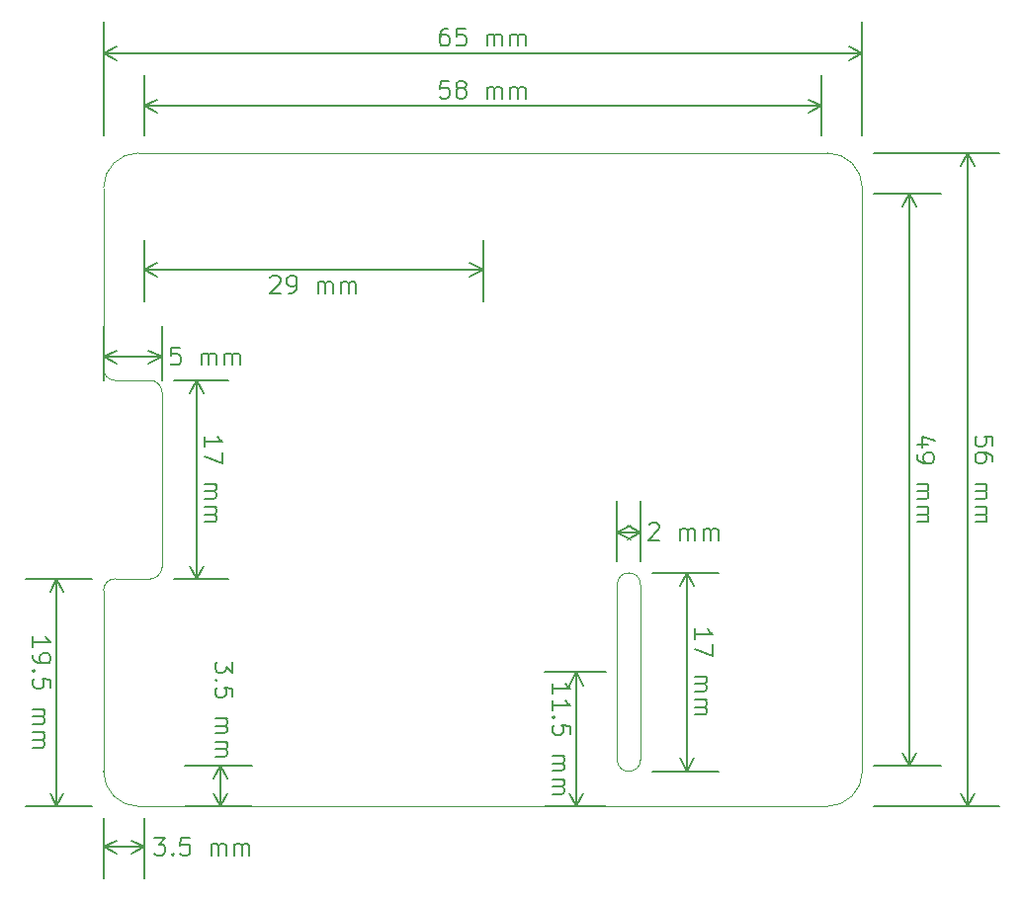
<source format=gbr>
G04 #@! TF.FileFunction,Drawing*
%FSLAX46Y46*%
G04 Gerber Fmt 4.6, Leading zero omitted, Abs format (unit mm)*
G04 Created by KiCad (PCBNEW 4.0.6) date Friday 09 June 2017 11:09:25*
%MOMM*%
%LPD*%
G01*
G04 APERTURE LIST*
%ADD10C,0.100000*%
%ADD11C,0.150000*%
G04 APERTURE END LIST*
D10*
X92925900Y-30911800D02*
X92925900Y-80924400D01*
X27940000Y-30962600D02*
X27940000Y-46456600D01*
D11*
X104111429Y-53003430D02*
X104111429Y-52289144D01*
X103397143Y-52217715D01*
X103468571Y-52289144D01*
X103540000Y-52432001D01*
X103540000Y-52789144D01*
X103468571Y-52932001D01*
X103397143Y-53003430D01*
X103254286Y-53074858D01*
X102897143Y-53074858D01*
X102754286Y-53003430D01*
X102682857Y-52932001D01*
X102611429Y-52789144D01*
X102611429Y-52432001D01*
X102682857Y-52289144D01*
X102754286Y-52217715D01*
X104111429Y-54360572D02*
X104111429Y-54074858D01*
X104040000Y-53932001D01*
X103968571Y-53860572D01*
X103754286Y-53717715D01*
X103468571Y-53646286D01*
X102897143Y-53646286D01*
X102754286Y-53717715D01*
X102682857Y-53789143D01*
X102611429Y-53932001D01*
X102611429Y-54217715D01*
X102682857Y-54360572D01*
X102754286Y-54432001D01*
X102897143Y-54503429D01*
X103254286Y-54503429D01*
X103397143Y-54432001D01*
X103468571Y-54360572D01*
X103540000Y-54217715D01*
X103540000Y-53932001D01*
X103468571Y-53789143D01*
X103397143Y-53717715D01*
X103254286Y-53646286D01*
X102611429Y-56289143D02*
X103611429Y-56289143D01*
X103468571Y-56289143D02*
X103540000Y-56360571D01*
X103611429Y-56503429D01*
X103611429Y-56717714D01*
X103540000Y-56860571D01*
X103397143Y-56932000D01*
X102611429Y-56932000D01*
X103397143Y-56932000D02*
X103540000Y-57003429D01*
X103611429Y-57146286D01*
X103611429Y-57360571D01*
X103540000Y-57503429D01*
X103397143Y-57574857D01*
X102611429Y-57574857D01*
X102611429Y-58289143D02*
X103611429Y-58289143D01*
X103468571Y-58289143D02*
X103540000Y-58360571D01*
X103611429Y-58503429D01*
X103611429Y-58717714D01*
X103540000Y-58860571D01*
X103397143Y-58932000D01*
X102611429Y-58932000D01*
X103397143Y-58932000D02*
X103540000Y-59003429D01*
X103611429Y-59146286D01*
X103611429Y-59360571D01*
X103540000Y-59503429D01*
X103397143Y-59574857D01*
X102611429Y-59574857D01*
X101940000Y-27932000D02*
X101940000Y-83932000D01*
X93940000Y-27932000D02*
X104640000Y-27932000D01*
X93940000Y-83932000D02*
X104640000Y-83932000D01*
X101940000Y-83932000D02*
X101353579Y-82805496D01*
X101940000Y-83932000D02*
X102526421Y-82805496D01*
X101940000Y-27932000D02*
X101353579Y-29058504D01*
X101940000Y-27932000D02*
X102526421Y-29058504D01*
D10*
X92940000Y-30932000D02*
G75*
G03X89940000Y-27932000I-3000000J0D01*
G01*
X30940000Y-27932000D02*
X89940000Y-27932000D01*
X30940000Y-27932000D02*
G75*
G03X27940000Y-30932000I0J-3000000D01*
G01*
D11*
X66411430Y-74253429D02*
X66411430Y-73396286D01*
X66411430Y-73824858D02*
X67911430Y-73824858D01*
X67697144Y-73682001D01*
X67554287Y-73539143D01*
X67482858Y-73396286D01*
X66411430Y-75682000D02*
X66411430Y-74824857D01*
X66411430Y-75253429D02*
X67911430Y-75253429D01*
X67697144Y-75110572D01*
X67554287Y-74967714D01*
X67482858Y-74824857D01*
X66554287Y-76324857D02*
X66482858Y-76396285D01*
X66411430Y-76324857D01*
X66482858Y-76253428D01*
X66554287Y-76324857D01*
X66411430Y-76324857D01*
X67911430Y-77753429D02*
X67911430Y-77039143D01*
X67197144Y-76967714D01*
X67268572Y-77039143D01*
X67340001Y-77182000D01*
X67340001Y-77539143D01*
X67268572Y-77682000D01*
X67197144Y-77753429D01*
X67054287Y-77824857D01*
X66697144Y-77824857D01*
X66554287Y-77753429D01*
X66482858Y-77682000D01*
X66411430Y-77539143D01*
X66411430Y-77182000D01*
X66482858Y-77039143D01*
X66554287Y-76967714D01*
X66411430Y-79610571D02*
X67411430Y-79610571D01*
X67268572Y-79610571D02*
X67340001Y-79681999D01*
X67411430Y-79824857D01*
X67411430Y-80039142D01*
X67340001Y-80181999D01*
X67197144Y-80253428D01*
X66411430Y-80253428D01*
X67197144Y-80253428D02*
X67340001Y-80324857D01*
X67411430Y-80467714D01*
X67411430Y-80681999D01*
X67340001Y-80824857D01*
X67197144Y-80896285D01*
X66411430Y-80896285D01*
X66411430Y-81610571D02*
X67411430Y-81610571D01*
X67268572Y-81610571D02*
X67340001Y-81681999D01*
X67411430Y-81824857D01*
X67411430Y-82039142D01*
X67340001Y-82181999D01*
X67197144Y-82253428D01*
X66411430Y-82253428D01*
X67197144Y-82253428D02*
X67340001Y-82324857D01*
X67411430Y-82467714D01*
X67411430Y-82681999D01*
X67340001Y-82824857D01*
X67197144Y-82896285D01*
X66411430Y-82896285D01*
X68440001Y-72432000D02*
X68440001Y-83932000D01*
X70940000Y-72432000D02*
X65740001Y-72432000D01*
X70940000Y-83932000D02*
X65740001Y-83932000D01*
X68440001Y-83932000D02*
X67853580Y-82805496D01*
X68440001Y-83932000D02*
X69026422Y-82805496D01*
X68440001Y-72432000D02*
X67853580Y-73558504D01*
X68440001Y-72432000D02*
X69026422Y-73558504D01*
X74690000Y-59753429D02*
X74761429Y-59682000D01*
X74904286Y-59610571D01*
X75261429Y-59610571D01*
X75404286Y-59682000D01*
X75475715Y-59753429D01*
X75547143Y-59896286D01*
X75547143Y-60039143D01*
X75475715Y-60253429D01*
X74618572Y-61110571D01*
X75547143Y-61110571D01*
X77332857Y-61110571D02*
X77332857Y-60110571D01*
X77332857Y-60253429D02*
X77404285Y-60182000D01*
X77547143Y-60110571D01*
X77761428Y-60110571D01*
X77904285Y-60182000D01*
X77975714Y-60324857D01*
X77975714Y-61110571D01*
X77975714Y-60324857D02*
X78047143Y-60182000D01*
X78190000Y-60110571D01*
X78404285Y-60110571D01*
X78547143Y-60182000D01*
X78618571Y-60324857D01*
X78618571Y-61110571D01*
X79332857Y-61110571D02*
X79332857Y-60110571D01*
X79332857Y-60253429D02*
X79404285Y-60182000D01*
X79547143Y-60110571D01*
X79761428Y-60110571D01*
X79904285Y-60182000D01*
X79975714Y-60324857D01*
X79975714Y-61110571D01*
X79975714Y-60324857D02*
X80047143Y-60182000D01*
X80190000Y-60110571D01*
X80404285Y-60110571D01*
X80547143Y-60182000D01*
X80618571Y-60324857D01*
X80618571Y-61110571D01*
X71940000Y-60432001D02*
X73940000Y-60432001D01*
X71940000Y-62932000D02*
X71940000Y-57732001D01*
X73940000Y-62932000D02*
X73940000Y-57732001D01*
X73940000Y-60432001D02*
X72813496Y-61018422D01*
X73940000Y-60432001D02*
X72813496Y-59845580D01*
X71940000Y-60432001D02*
X73066504Y-61018422D01*
X71940000Y-60432001D02*
X73066504Y-59845580D01*
X78611429Y-69574858D02*
X78611429Y-68717715D01*
X78611429Y-69146287D02*
X80111429Y-69146287D01*
X79897143Y-69003430D01*
X79754286Y-68860572D01*
X79682857Y-68717715D01*
X80111429Y-70074858D02*
X80111429Y-71074858D01*
X78611429Y-70432001D01*
X78611429Y-72789143D02*
X79611429Y-72789143D01*
X79468571Y-72789143D02*
X79540000Y-72860571D01*
X79611429Y-73003429D01*
X79611429Y-73217714D01*
X79540000Y-73360571D01*
X79397143Y-73432000D01*
X78611429Y-73432000D01*
X79397143Y-73432000D02*
X79540000Y-73503429D01*
X79611429Y-73646286D01*
X79611429Y-73860571D01*
X79540000Y-74003429D01*
X79397143Y-74074857D01*
X78611429Y-74074857D01*
X78611429Y-74789143D02*
X79611429Y-74789143D01*
X79468571Y-74789143D02*
X79540000Y-74860571D01*
X79611429Y-75003429D01*
X79611429Y-75217714D01*
X79540000Y-75360571D01*
X79397143Y-75432000D01*
X78611429Y-75432000D01*
X79397143Y-75432000D02*
X79540000Y-75503429D01*
X79611429Y-75646286D01*
X79611429Y-75860571D01*
X79540000Y-76003429D01*
X79397143Y-76074857D01*
X78611429Y-76074857D01*
X77940000Y-63932000D02*
X77940000Y-80932000D01*
X74940000Y-63932000D02*
X80640000Y-63932000D01*
X74940000Y-80932000D02*
X80640000Y-80932000D01*
X77940000Y-80932000D02*
X77353579Y-79805496D01*
X77940000Y-80932000D02*
X78526421Y-79805496D01*
X77940000Y-63932000D02*
X77353579Y-65058504D01*
X77940000Y-63932000D02*
X78526421Y-65058504D01*
X32297144Y-86610571D02*
X33225715Y-86610571D01*
X32725715Y-87182000D01*
X32940001Y-87182000D01*
X33082858Y-87253429D01*
X33154287Y-87324857D01*
X33225715Y-87467714D01*
X33225715Y-87824857D01*
X33154287Y-87967714D01*
X33082858Y-88039143D01*
X32940001Y-88110571D01*
X32511429Y-88110571D01*
X32368572Y-88039143D01*
X32297144Y-87967714D01*
X33868572Y-87967714D02*
X33940000Y-88039143D01*
X33868572Y-88110571D01*
X33797143Y-88039143D01*
X33868572Y-87967714D01*
X33868572Y-88110571D01*
X35297144Y-86610571D02*
X34582858Y-86610571D01*
X34511429Y-87324857D01*
X34582858Y-87253429D01*
X34725715Y-87182000D01*
X35082858Y-87182000D01*
X35225715Y-87253429D01*
X35297144Y-87324857D01*
X35368572Y-87467714D01*
X35368572Y-87824857D01*
X35297144Y-87967714D01*
X35225715Y-88039143D01*
X35082858Y-88110571D01*
X34725715Y-88110571D01*
X34582858Y-88039143D01*
X34511429Y-87967714D01*
X37154286Y-88110571D02*
X37154286Y-87110571D01*
X37154286Y-87253429D02*
X37225714Y-87182000D01*
X37368572Y-87110571D01*
X37582857Y-87110571D01*
X37725714Y-87182000D01*
X37797143Y-87324857D01*
X37797143Y-88110571D01*
X37797143Y-87324857D02*
X37868572Y-87182000D01*
X38011429Y-87110571D01*
X38225714Y-87110571D01*
X38368572Y-87182000D01*
X38440000Y-87324857D01*
X38440000Y-88110571D01*
X39154286Y-88110571D02*
X39154286Y-87110571D01*
X39154286Y-87253429D02*
X39225714Y-87182000D01*
X39368572Y-87110571D01*
X39582857Y-87110571D01*
X39725714Y-87182000D01*
X39797143Y-87324857D01*
X39797143Y-88110571D01*
X39797143Y-87324857D02*
X39868572Y-87182000D01*
X40011429Y-87110571D01*
X40225714Y-87110571D01*
X40368572Y-87182000D01*
X40440000Y-87324857D01*
X40440000Y-88110571D01*
X27940000Y-87432000D02*
X31440000Y-87432000D01*
X27940000Y-84932000D02*
X27940000Y-90132000D01*
X31440000Y-84932000D02*
X31440000Y-90132000D01*
X31440000Y-87432000D02*
X30313496Y-88018421D01*
X31440000Y-87432000D02*
X30313496Y-86845579D01*
X27940000Y-87432000D02*
X29066504Y-88018421D01*
X27940000Y-87432000D02*
X29066504Y-86845579D01*
X39011429Y-71539144D02*
X39011429Y-72467715D01*
X38440000Y-71967715D01*
X38440000Y-72182001D01*
X38368571Y-72324858D01*
X38297143Y-72396287D01*
X38154286Y-72467715D01*
X37797143Y-72467715D01*
X37654286Y-72396287D01*
X37582857Y-72324858D01*
X37511429Y-72182001D01*
X37511429Y-71753429D01*
X37582857Y-71610572D01*
X37654286Y-71539144D01*
X37654286Y-73110572D02*
X37582857Y-73182000D01*
X37511429Y-73110572D01*
X37582857Y-73039143D01*
X37654286Y-73110572D01*
X37511429Y-73110572D01*
X39011429Y-74539144D02*
X39011429Y-73824858D01*
X38297143Y-73753429D01*
X38368571Y-73824858D01*
X38440000Y-73967715D01*
X38440000Y-74324858D01*
X38368571Y-74467715D01*
X38297143Y-74539144D01*
X38154286Y-74610572D01*
X37797143Y-74610572D01*
X37654286Y-74539144D01*
X37582857Y-74467715D01*
X37511429Y-74324858D01*
X37511429Y-73967715D01*
X37582857Y-73824858D01*
X37654286Y-73753429D01*
X37511429Y-76396286D02*
X38511429Y-76396286D01*
X38368571Y-76396286D02*
X38440000Y-76467714D01*
X38511429Y-76610572D01*
X38511429Y-76824857D01*
X38440000Y-76967714D01*
X38297143Y-77039143D01*
X37511429Y-77039143D01*
X38297143Y-77039143D02*
X38440000Y-77110572D01*
X38511429Y-77253429D01*
X38511429Y-77467714D01*
X38440000Y-77610572D01*
X38297143Y-77682000D01*
X37511429Y-77682000D01*
X37511429Y-78396286D02*
X38511429Y-78396286D01*
X38368571Y-78396286D02*
X38440000Y-78467714D01*
X38511429Y-78610572D01*
X38511429Y-78824857D01*
X38440000Y-78967714D01*
X38297143Y-79039143D01*
X37511429Y-79039143D01*
X38297143Y-79039143D02*
X38440000Y-79110572D01*
X38511429Y-79253429D01*
X38511429Y-79467714D01*
X38440000Y-79610572D01*
X38297143Y-79682000D01*
X37511429Y-79682000D01*
X37940000Y-80432000D02*
X37940000Y-83932000D01*
X34940000Y-80432000D02*
X40640000Y-80432000D01*
X34940000Y-83932000D02*
X40640000Y-83932000D01*
X37940000Y-83932000D02*
X37353579Y-82805496D01*
X37940000Y-83932000D02*
X38526421Y-82805496D01*
X37940000Y-80432000D02*
X37353579Y-81558504D01*
X37940000Y-80432000D02*
X38526421Y-81558504D01*
X98611428Y-52932001D02*
X97611428Y-52932001D01*
X99182856Y-52574858D02*
X98111428Y-52217715D01*
X98111428Y-53146287D01*
X97611428Y-53789143D02*
X97611428Y-54074858D01*
X97682856Y-54217715D01*
X97754285Y-54289143D01*
X97968570Y-54432001D01*
X98254285Y-54503429D01*
X98825713Y-54503429D01*
X98968570Y-54432001D01*
X99039999Y-54360572D01*
X99111428Y-54217715D01*
X99111428Y-53932001D01*
X99039999Y-53789143D01*
X98968570Y-53717715D01*
X98825713Y-53646286D01*
X98468570Y-53646286D01*
X98325713Y-53717715D01*
X98254285Y-53789143D01*
X98182856Y-53932001D01*
X98182856Y-54217715D01*
X98254285Y-54360572D01*
X98325713Y-54432001D01*
X98468570Y-54503429D01*
X97611428Y-56289143D02*
X98611428Y-56289143D01*
X98468570Y-56289143D02*
X98539999Y-56360571D01*
X98611428Y-56503429D01*
X98611428Y-56717714D01*
X98539999Y-56860571D01*
X98397142Y-56932000D01*
X97611428Y-56932000D01*
X98397142Y-56932000D02*
X98539999Y-57003429D01*
X98611428Y-57146286D01*
X98611428Y-57360571D01*
X98539999Y-57503429D01*
X98397142Y-57574857D01*
X97611428Y-57574857D01*
X97611428Y-58289143D02*
X98611428Y-58289143D01*
X98468570Y-58289143D02*
X98539999Y-58360571D01*
X98611428Y-58503429D01*
X98611428Y-58717714D01*
X98539999Y-58860571D01*
X98397142Y-58932000D01*
X97611428Y-58932000D01*
X98397142Y-58932000D02*
X98539999Y-59003429D01*
X98611428Y-59146286D01*
X98611428Y-59360571D01*
X98539999Y-59503429D01*
X98397142Y-59574857D01*
X97611428Y-59574857D01*
X96939999Y-31432000D02*
X96939999Y-80432000D01*
X93940000Y-31432000D02*
X99639999Y-31432000D01*
X93940000Y-80432000D02*
X99639999Y-80432000D01*
X96939999Y-80432000D02*
X96353578Y-79305496D01*
X96939999Y-80432000D02*
X97526420Y-79305496D01*
X96939999Y-31432000D02*
X96353578Y-32558504D01*
X96939999Y-31432000D02*
X97526420Y-32558504D01*
X21911429Y-70253429D02*
X21911429Y-69396286D01*
X21911429Y-69824858D02*
X23411429Y-69824858D01*
X23197143Y-69682001D01*
X23054286Y-69539143D01*
X22982857Y-69396286D01*
X21911429Y-70967714D02*
X21911429Y-71253429D01*
X21982857Y-71396286D01*
X22054286Y-71467714D01*
X22268571Y-71610572D01*
X22554286Y-71682000D01*
X23125714Y-71682000D01*
X23268571Y-71610572D01*
X23340000Y-71539143D01*
X23411429Y-71396286D01*
X23411429Y-71110572D01*
X23340000Y-70967714D01*
X23268571Y-70896286D01*
X23125714Y-70824857D01*
X22768571Y-70824857D01*
X22625714Y-70896286D01*
X22554286Y-70967714D01*
X22482857Y-71110572D01*
X22482857Y-71396286D01*
X22554286Y-71539143D01*
X22625714Y-71610572D01*
X22768571Y-71682000D01*
X22054286Y-72324857D02*
X21982857Y-72396285D01*
X21911429Y-72324857D01*
X21982857Y-72253428D01*
X22054286Y-72324857D01*
X21911429Y-72324857D01*
X23411429Y-73753429D02*
X23411429Y-73039143D01*
X22697143Y-72967714D01*
X22768571Y-73039143D01*
X22840000Y-73182000D01*
X22840000Y-73539143D01*
X22768571Y-73682000D01*
X22697143Y-73753429D01*
X22554286Y-73824857D01*
X22197143Y-73824857D01*
X22054286Y-73753429D01*
X21982857Y-73682000D01*
X21911429Y-73539143D01*
X21911429Y-73182000D01*
X21982857Y-73039143D01*
X22054286Y-72967714D01*
X21911429Y-75610571D02*
X22911429Y-75610571D01*
X22768571Y-75610571D02*
X22840000Y-75681999D01*
X22911429Y-75824857D01*
X22911429Y-76039142D01*
X22840000Y-76181999D01*
X22697143Y-76253428D01*
X21911429Y-76253428D01*
X22697143Y-76253428D02*
X22840000Y-76324857D01*
X22911429Y-76467714D01*
X22911429Y-76681999D01*
X22840000Y-76824857D01*
X22697143Y-76896285D01*
X21911429Y-76896285D01*
X21911429Y-77610571D02*
X22911429Y-77610571D01*
X22768571Y-77610571D02*
X22840000Y-77681999D01*
X22911429Y-77824857D01*
X22911429Y-78039142D01*
X22840000Y-78181999D01*
X22697143Y-78253428D01*
X21911429Y-78253428D01*
X22697143Y-78253428D02*
X22840000Y-78324857D01*
X22911429Y-78467714D01*
X22911429Y-78681999D01*
X22840000Y-78824857D01*
X22697143Y-78896285D01*
X21911429Y-78896285D01*
X23940000Y-64432000D02*
X23940000Y-83932000D01*
X26940000Y-64432000D02*
X21240000Y-64432000D01*
X26940000Y-83932000D02*
X21240000Y-83932000D01*
X23940000Y-83932000D02*
X23353579Y-82805496D01*
X23940000Y-83932000D02*
X24526421Y-82805496D01*
X23940000Y-64432000D02*
X23353579Y-65558504D01*
X23940000Y-64432000D02*
X24526421Y-65558504D01*
X36611429Y-53074858D02*
X36611429Y-52217715D01*
X36611429Y-52646287D02*
X38111429Y-52646287D01*
X37897143Y-52503430D01*
X37754286Y-52360572D01*
X37682857Y-52217715D01*
X38111429Y-53574858D02*
X38111429Y-54574858D01*
X36611429Y-53932001D01*
X36611429Y-56289143D02*
X37611429Y-56289143D01*
X37468571Y-56289143D02*
X37540000Y-56360571D01*
X37611429Y-56503429D01*
X37611429Y-56717714D01*
X37540000Y-56860571D01*
X37397143Y-56932000D01*
X36611429Y-56932000D01*
X37397143Y-56932000D02*
X37540000Y-57003429D01*
X37611429Y-57146286D01*
X37611429Y-57360571D01*
X37540000Y-57503429D01*
X37397143Y-57574857D01*
X36611429Y-57574857D01*
X36611429Y-58289143D02*
X37611429Y-58289143D01*
X37468571Y-58289143D02*
X37540000Y-58360571D01*
X37611429Y-58503429D01*
X37611429Y-58717714D01*
X37540000Y-58860571D01*
X37397143Y-58932000D01*
X36611429Y-58932000D01*
X37397143Y-58932000D02*
X37540000Y-59003429D01*
X37611429Y-59146286D01*
X37611429Y-59360571D01*
X37540000Y-59503429D01*
X37397143Y-59574857D01*
X36611429Y-59574857D01*
X35940000Y-47432000D02*
X35940000Y-64432000D01*
X33940000Y-47432000D02*
X38640000Y-47432000D01*
X33940000Y-64432000D02*
X38640000Y-64432000D01*
X35940000Y-64432000D02*
X35353579Y-63305496D01*
X35940000Y-64432000D02*
X36526421Y-63305496D01*
X35940000Y-47432000D02*
X35353579Y-48558504D01*
X35940000Y-47432000D02*
X36526421Y-48558504D01*
X34475715Y-44610571D02*
X33761429Y-44610571D01*
X33690000Y-45324857D01*
X33761429Y-45253429D01*
X33904286Y-45182000D01*
X34261429Y-45182000D01*
X34404286Y-45253429D01*
X34475715Y-45324857D01*
X34547143Y-45467714D01*
X34547143Y-45824857D01*
X34475715Y-45967714D01*
X34404286Y-46039143D01*
X34261429Y-46110571D01*
X33904286Y-46110571D01*
X33761429Y-46039143D01*
X33690000Y-45967714D01*
X36332857Y-46110571D02*
X36332857Y-45110571D01*
X36332857Y-45253429D02*
X36404285Y-45182000D01*
X36547143Y-45110571D01*
X36761428Y-45110571D01*
X36904285Y-45182000D01*
X36975714Y-45324857D01*
X36975714Y-46110571D01*
X36975714Y-45324857D02*
X37047143Y-45182000D01*
X37190000Y-45110571D01*
X37404285Y-45110571D01*
X37547143Y-45182000D01*
X37618571Y-45324857D01*
X37618571Y-46110571D01*
X38332857Y-46110571D02*
X38332857Y-45110571D01*
X38332857Y-45253429D02*
X38404285Y-45182000D01*
X38547143Y-45110571D01*
X38761428Y-45110571D01*
X38904285Y-45182000D01*
X38975714Y-45324857D01*
X38975714Y-46110571D01*
X38975714Y-45324857D02*
X39047143Y-45182000D01*
X39190000Y-45110571D01*
X39404285Y-45110571D01*
X39547143Y-45182000D01*
X39618571Y-45324857D01*
X39618571Y-46110571D01*
X27940000Y-45432000D02*
X32940000Y-45432000D01*
X27940000Y-47432000D02*
X27940000Y-42732000D01*
X32940000Y-47432000D02*
X32940000Y-42732000D01*
X32940000Y-45432000D02*
X31813496Y-46018421D01*
X32940000Y-45432000D02*
X31813496Y-44845579D01*
X27940000Y-45432000D02*
X29066504Y-46018421D01*
X27940000Y-45432000D02*
X29066504Y-44845579D01*
X42225715Y-38603428D02*
X42297144Y-38531999D01*
X42440001Y-38460570D01*
X42797144Y-38460570D01*
X42940001Y-38531999D01*
X43011430Y-38603428D01*
X43082858Y-38746285D01*
X43082858Y-38889142D01*
X43011430Y-39103428D01*
X42154287Y-39960570D01*
X43082858Y-39960570D01*
X43797143Y-39960570D02*
X44082858Y-39960570D01*
X44225715Y-39889142D01*
X44297143Y-39817713D01*
X44440001Y-39603428D01*
X44511429Y-39317713D01*
X44511429Y-38746285D01*
X44440001Y-38603428D01*
X44368572Y-38531999D01*
X44225715Y-38460570D01*
X43940001Y-38460570D01*
X43797143Y-38531999D01*
X43725715Y-38603428D01*
X43654286Y-38746285D01*
X43654286Y-39103428D01*
X43725715Y-39246285D01*
X43797143Y-39317713D01*
X43940001Y-39389142D01*
X44225715Y-39389142D01*
X44368572Y-39317713D01*
X44440001Y-39246285D01*
X44511429Y-39103428D01*
X46297143Y-39960570D02*
X46297143Y-38960570D01*
X46297143Y-39103428D02*
X46368571Y-39031999D01*
X46511429Y-38960570D01*
X46725714Y-38960570D01*
X46868571Y-39031999D01*
X46940000Y-39174856D01*
X46940000Y-39960570D01*
X46940000Y-39174856D02*
X47011429Y-39031999D01*
X47154286Y-38960570D01*
X47368571Y-38960570D01*
X47511429Y-39031999D01*
X47582857Y-39174856D01*
X47582857Y-39960570D01*
X48297143Y-39960570D02*
X48297143Y-38960570D01*
X48297143Y-39103428D02*
X48368571Y-39031999D01*
X48511429Y-38960570D01*
X48725714Y-38960570D01*
X48868571Y-39031999D01*
X48940000Y-39174856D01*
X48940000Y-39960570D01*
X48940000Y-39174856D02*
X49011429Y-39031999D01*
X49154286Y-38960570D01*
X49368571Y-38960570D01*
X49511429Y-39031999D01*
X49582857Y-39174856D01*
X49582857Y-39960570D01*
X31440000Y-37931999D02*
X60440000Y-37931999D01*
X31440000Y-35432000D02*
X31440000Y-40631999D01*
X60440000Y-35432000D02*
X60440000Y-40631999D01*
X60440000Y-37931999D02*
X59313496Y-38518420D01*
X60440000Y-37931999D02*
X59313496Y-37345578D01*
X31440000Y-37931999D02*
X32566504Y-38518420D01*
X31440000Y-37931999D02*
X32566504Y-37345578D01*
X57511430Y-21760571D02*
X56797144Y-21760571D01*
X56725715Y-22474857D01*
X56797144Y-22403429D01*
X56940001Y-22332000D01*
X57297144Y-22332000D01*
X57440001Y-22403429D01*
X57511430Y-22474857D01*
X57582858Y-22617714D01*
X57582858Y-22974857D01*
X57511430Y-23117714D01*
X57440001Y-23189143D01*
X57297144Y-23260571D01*
X56940001Y-23260571D01*
X56797144Y-23189143D01*
X56725715Y-23117714D01*
X58440001Y-22403429D02*
X58297143Y-22332000D01*
X58225715Y-22260571D01*
X58154286Y-22117714D01*
X58154286Y-22046286D01*
X58225715Y-21903429D01*
X58297143Y-21832000D01*
X58440001Y-21760571D01*
X58725715Y-21760571D01*
X58868572Y-21832000D01*
X58940001Y-21903429D01*
X59011429Y-22046286D01*
X59011429Y-22117714D01*
X58940001Y-22260571D01*
X58868572Y-22332000D01*
X58725715Y-22403429D01*
X58440001Y-22403429D01*
X58297143Y-22474857D01*
X58225715Y-22546286D01*
X58154286Y-22689143D01*
X58154286Y-22974857D01*
X58225715Y-23117714D01*
X58297143Y-23189143D01*
X58440001Y-23260571D01*
X58725715Y-23260571D01*
X58868572Y-23189143D01*
X58940001Y-23117714D01*
X59011429Y-22974857D01*
X59011429Y-22689143D01*
X58940001Y-22546286D01*
X58868572Y-22474857D01*
X58725715Y-22403429D01*
X60797143Y-23260571D02*
X60797143Y-22260571D01*
X60797143Y-22403429D02*
X60868571Y-22332000D01*
X61011429Y-22260571D01*
X61225714Y-22260571D01*
X61368571Y-22332000D01*
X61440000Y-22474857D01*
X61440000Y-23260571D01*
X61440000Y-22474857D02*
X61511429Y-22332000D01*
X61654286Y-22260571D01*
X61868571Y-22260571D01*
X62011429Y-22332000D01*
X62082857Y-22474857D01*
X62082857Y-23260571D01*
X62797143Y-23260571D02*
X62797143Y-22260571D01*
X62797143Y-22403429D02*
X62868571Y-22332000D01*
X63011429Y-22260571D01*
X63225714Y-22260571D01*
X63368571Y-22332000D01*
X63440000Y-22474857D01*
X63440000Y-23260571D01*
X63440000Y-22474857D02*
X63511429Y-22332000D01*
X63654286Y-22260571D01*
X63868571Y-22260571D01*
X64011429Y-22332000D01*
X64082857Y-22474857D01*
X64082857Y-23260571D01*
X31440000Y-23932000D02*
X89440000Y-23932000D01*
X31440000Y-26432000D02*
X31440000Y-21232000D01*
X89440000Y-26432000D02*
X89440000Y-21232000D01*
X89440000Y-23932000D02*
X88313496Y-24518421D01*
X89440000Y-23932000D02*
X88313496Y-23345579D01*
X31440000Y-23932000D02*
X32566504Y-24518421D01*
X31440000Y-23932000D02*
X32566504Y-23345579D01*
X57440001Y-17260571D02*
X57154287Y-17260571D01*
X57011430Y-17332000D01*
X56940001Y-17403429D01*
X56797144Y-17617714D01*
X56725715Y-17903429D01*
X56725715Y-18474857D01*
X56797144Y-18617714D01*
X56868572Y-18689143D01*
X57011430Y-18760571D01*
X57297144Y-18760571D01*
X57440001Y-18689143D01*
X57511430Y-18617714D01*
X57582858Y-18474857D01*
X57582858Y-18117714D01*
X57511430Y-17974857D01*
X57440001Y-17903429D01*
X57297144Y-17832000D01*
X57011430Y-17832000D01*
X56868572Y-17903429D01*
X56797144Y-17974857D01*
X56725715Y-18117714D01*
X58940001Y-17260571D02*
X58225715Y-17260571D01*
X58154286Y-17974857D01*
X58225715Y-17903429D01*
X58368572Y-17832000D01*
X58725715Y-17832000D01*
X58868572Y-17903429D01*
X58940001Y-17974857D01*
X59011429Y-18117714D01*
X59011429Y-18474857D01*
X58940001Y-18617714D01*
X58868572Y-18689143D01*
X58725715Y-18760571D01*
X58368572Y-18760571D01*
X58225715Y-18689143D01*
X58154286Y-18617714D01*
X60797143Y-18760571D02*
X60797143Y-17760571D01*
X60797143Y-17903429D02*
X60868571Y-17832000D01*
X61011429Y-17760571D01*
X61225714Y-17760571D01*
X61368571Y-17832000D01*
X61440000Y-17974857D01*
X61440000Y-18760571D01*
X61440000Y-17974857D02*
X61511429Y-17832000D01*
X61654286Y-17760571D01*
X61868571Y-17760571D01*
X62011429Y-17832000D01*
X62082857Y-17974857D01*
X62082857Y-18760571D01*
X62797143Y-18760571D02*
X62797143Y-17760571D01*
X62797143Y-17903429D02*
X62868571Y-17832000D01*
X63011429Y-17760571D01*
X63225714Y-17760571D01*
X63368571Y-17832000D01*
X63440000Y-17974857D01*
X63440000Y-18760571D01*
X63440000Y-17974857D02*
X63511429Y-17832000D01*
X63654286Y-17760571D01*
X63868571Y-17760571D01*
X64011429Y-17832000D01*
X64082857Y-17974857D01*
X64082857Y-18760571D01*
X27940000Y-19432000D02*
X92940000Y-19432000D01*
X27940000Y-26432000D02*
X27940000Y-16732000D01*
X92940000Y-26432000D02*
X92940000Y-16732000D01*
X92940000Y-19432000D02*
X91813496Y-20018421D01*
X92940000Y-19432000D02*
X91813496Y-18845579D01*
X27940000Y-19432000D02*
X29066504Y-20018421D01*
X27940000Y-19432000D02*
X29066504Y-18845579D01*
D10*
X73940000Y-79932000D02*
G75*
G02X71940000Y-79932000I-1000000J0D01*
G01*
X73940000Y-64932000D02*
G75*
G03X71940000Y-64932000I-1000000J0D01*
G01*
X73940000Y-64932000D02*
X73940000Y-79932000D01*
X71940000Y-64932000D02*
X71940000Y-79932000D01*
X28940000Y-64432000D02*
G75*
G03X27940000Y-65432000I0J-1000000D01*
G01*
X31940000Y-64432000D02*
G75*
G03X32940000Y-63432000I0J1000000D01*
G01*
X32940000Y-48432000D02*
G75*
G03X31940000Y-47432000I-1000000J0D01*
G01*
X27940000Y-46432000D02*
G75*
G03X28940000Y-47432000I1000000J0D01*
G01*
X89940000Y-83932000D02*
G75*
G03X92940000Y-80932000I0J3000000D01*
G01*
X27940000Y-80932000D02*
G75*
G03X30940000Y-83932000I3000000J0D01*
G01*
X27940000Y-65432000D02*
X27940000Y-80932000D01*
X28940000Y-64432000D02*
X31940000Y-64432000D01*
X28940000Y-47432000D02*
X31940000Y-47432000D01*
X32940000Y-48432000D02*
X32940000Y-63432000D01*
X30940000Y-83932000D02*
X89940000Y-83932000D01*
M02*

</source>
